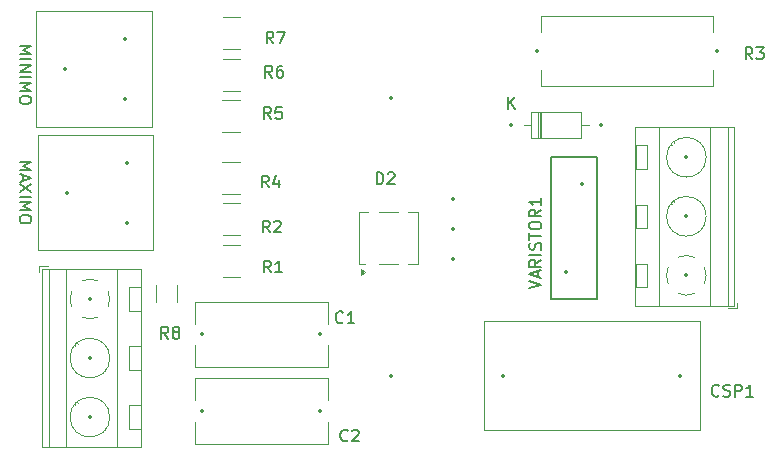
<source format=gto>
%TF.GenerationSoftware,KiCad,Pcbnew,8.0.5*%
%TF.CreationDate,2024-11-11T20:50:26-03:00*%
%TF.ProjectId,Dimmer  PHD Equipamentos,44696d6d-6572-4202-9050-484420457175,rev?*%
%TF.SameCoordinates,Original*%
%TF.FileFunction,Legend,Top*%
%TF.FilePolarity,Positive*%
%FSLAX46Y46*%
G04 Gerber Fmt 4.6, Leading zero omitted, Abs format (unit mm)*
G04 Created by KiCad (PCBNEW 8.0.5) date 2024-11-11 20:50:26*
%MOMM*%
%LPD*%
G01*
G04 APERTURE LIST*
%ADD10C,0.150000*%
%ADD11C,0.120000*%
%ADD12C,0.350000*%
G04 APERTURE END LIST*
D10*
X139033333Y-83354819D02*
X138700000Y-82878628D01*
X138461905Y-83354819D02*
X138461905Y-82354819D01*
X138461905Y-82354819D02*
X138842857Y-82354819D01*
X138842857Y-82354819D02*
X138938095Y-82402438D01*
X138938095Y-82402438D02*
X138985714Y-82450057D01*
X138985714Y-82450057D02*
X139033333Y-82545295D01*
X139033333Y-82545295D02*
X139033333Y-82688152D01*
X139033333Y-82688152D02*
X138985714Y-82783390D01*
X138985714Y-82783390D02*
X138938095Y-82831009D01*
X138938095Y-82831009D02*
X138842857Y-82878628D01*
X138842857Y-82878628D02*
X138461905Y-82878628D01*
X139366667Y-82354819D02*
X140033333Y-82354819D01*
X140033333Y-82354819D02*
X139604762Y-83354819D01*
X138633333Y-95554819D02*
X138300000Y-95078628D01*
X138061905Y-95554819D02*
X138061905Y-94554819D01*
X138061905Y-94554819D02*
X138442857Y-94554819D01*
X138442857Y-94554819D02*
X138538095Y-94602438D01*
X138538095Y-94602438D02*
X138585714Y-94650057D01*
X138585714Y-94650057D02*
X138633333Y-94745295D01*
X138633333Y-94745295D02*
X138633333Y-94888152D01*
X138633333Y-94888152D02*
X138585714Y-94983390D01*
X138585714Y-94983390D02*
X138538095Y-95031009D01*
X138538095Y-95031009D02*
X138442857Y-95078628D01*
X138442857Y-95078628D02*
X138061905Y-95078628D01*
X139490476Y-94888152D02*
X139490476Y-95554819D01*
X139252381Y-94507200D02*
X139014286Y-95221485D01*
X139014286Y-95221485D02*
X139633333Y-95221485D01*
X144933333Y-106959580D02*
X144885714Y-107007200D01*
X144885714Y-107007200D02*
X144742857Y-107054819D01*
X144742857Y-107054819D02*
X144647619Y-107054819D01*
X144647619Y-107054819D02*
X144504762Y-107007200D01*
X144504762Y-107007200D02*
X144409524Y-106911961D01*
X144409524Y-106911961D02*
X144361905Y-106816723D01*
X144361905Y-106816723D02*
X144314286Y-106626247D01*
X144314286Y-106626247D02*
X144314286Y-106483390D01*
X144314286Y-106483390D02*
X144361905Y-106292914D01*
X144361905Y-106292914D02*
X144409524Y-106197676D01*
X144409524Y-106197676D02*
X144504762Y-106102438D01*
X144504762Y-106102438D02*
X144647619Y-106054819D01*
X144647619Y-106054819D02*
X144742857Y-106054819D01*
X144742857Y-106054819D02*
X144885714Y-106102438D01*
X144885714Y-106102438D02*
X144933333Y-106150057D01*
X145885714Y-107054819D02*
X145314286Y-107054819D01*
X145600000Y-107054819D02*
X145600000Y-106054819D01*
X145600000Y-106054819D02*
X145504762Y-106197676D01*
X145504762Y-106197676D02*
X145409524Y-106292914D01*
X145409524Y-106292914D02*
X145314286Y-106340533D01*
X179583333Y-84704819D02*
X179250000Y-84228628D01*
X179011905Y-84704819D02*
X179011905Y-83704819D01*
X179011905Y-83704819D02*
X179392857Y-83704819D01*
X179392857Y-83704819D02*
X179488095Y-83752438D01*
X179488095Y-83752438D02*
X179535714Y-83800057D01*
X179535714Y-83800057D02*
X179583333Y-83895295D01*
X179583333Y-83895295D02*
X179583333Y-84038152D01*
X179583333Y-84038152D02*
X179535714Y-84133390D01*
X179535714Y-84133390D02*
X179488095Y-84181009D01*
X179488095Y-84181009D02*
X179392857Y-84228628D01*
X179392857Y-84228628D02*
X179011905Y-84228628D01*
X179916667Y-83704819D02*
X180535714Y-83704819D01*
X180535714Y-83704819D02*
X180202381Y-84085771D01*
X180202381Y-84085771D02*
X180345238Y-84085771D01*
X180345238Y-84085771D02*
X180440476Y-84133390D01*
X180440476Y-84133390D02*
X180488095Y-84181009D01*
X180488095Y-84181009D02*
X180535714Y-84276247D01*
X180535714Y-84276247D02*
X180535714Y-84514342D01*
X180535714Y-84514342D02*
X180488095Y-84609580D01*
X180488095Y-84609580D02*
X180440476Y-84657200D01*
X180440476Y-84657200D02*
X180345238Y-84704819D01*
X180345238Y-84704819D02*
X180059524Y-84704819D01*
X180059524Y-84704819D02*
X179964286Y-84657200D01*
X179964286Y-84657200D02*
X179916667Y-84609580D01*
X160704819Y-104107142D02*
X161704819Y-103773809D01*
X161704819Y-103773809D02*
X160704819Y-103440476D01*
X161419104Y-103154761D02*
X161419104Y-102678571D01*
X161704819Y-103249999D02*
X160704819Y-102916666D01*
X160704819Y-102916666D02*
X161704819Y-102583333D01*
X161704819Y-101678571D02*
X161228628Y-102011904D01*
X161704819Y-102249999D02*
X160704819Y-102249999D01*
X160704819Y-102249999D02*
X160704819Y-101869047D01*
X160704819Y-101869047D02*
X160752438Y-101773809D01*
X160752438Y-101773809D02*
X160800057Y-101726190D01*
X160800057Y-101726190D02*
X160895295Y-101678571D01*
X160895295Y-101678571D02*
X161038152Y-101678571D01*
X161038152Y-101678571D02*
X161133390Y-101726190D01*
X161133390Y-101726190D02*
X161181009Y-101773809D01*
X161181009Y-101773809D02*
X161228628Y-101869047D01*
X161228628Y-101869047D02*
X161228628Y-102249999D01*
X161704819Y-101249999D02*
X160704819Y-101249999D01*
X161657200Y-100821428D02*
X161704819Y-100678571D01*
X161704819Y-100678571D02*
X161704819Y-100440476D01*
X161704819Y-100440476D02*
X161657200Y-100345238D01*
X161657200Y-100345238D02*
X161609580Y-100297619D01*
X161609580Y-100297619D02*
X161514342Y-100250000D01*
X161514342Y-100250000D02*
X161419104Y-100250000D01*
X161419104Y-100250000D02*
X161323866Y-100297619D01*
X161323866Y-100297619D02*
X161276247Y-100345238D01*
X161276247Y-100345238D02*
X161228628Y-100440476D01*
X161228628Y-100440476D02*
X161181009Y-100630952D01*
X161181009Y-100630952D02*
X161133390Y-100726190D01*
X161133390Y-100726190D02*
X161085771Y-100773809D01*
X161085771Y-100773809D02*
X160990533Y-100821428D01*
X160990533Y-100821428D02*
X160895295Y-100821428D01*
X160895295Y-100821428D02*
X160800057Y-100773809D01*
X160800057Y-100773809D02*
X160752438Y-100726190D01*
X160752438Y-100726190D02*
X160704819Y-100630952D01*
X160704819Y-100630952D02*
X160704819Y-100392857D01*
X160704819Y-100392857D02*
X160752438Y-100250000D01*
X160704819Y-99964285D02*
X160704819Y-99392857D01*
X161704819Y-99678571D02*
X160704819Y-99678571D01*
X160704819Y-98869047D02*
X160704819Y-98678571D01*
X160704819Y-98678571D02*
X160752438Y-98583333D01*
X160752438Y-98583333D02*
X160847676Y-98488095D01*
X160847676Y-98488095D02*
X161038152Y-98440476D01*
X161038152Y-98440476D02*
X161371485Y-98440476D01*
X161371485Y-98440476D02*
X161561961Y-98488095D01*
X161561961Y-98488095D02*
X161657200Y-98583333D01*
X161657200Y-98583333D02*
X161704819Y-98678571D01*
X161704819Y-98678571D02*
X161704819Y-98869047D01*
X161704819Y-98869047D02*
X161657200Y-98964285D01*
X161657200Y-98964285D02*
X161561961Y-99059523D01*
X161561961Y-99059523D02*
X161371485Y-99107142D01*
X161371485Y-99107142D02*
X161038152Y-99107142D01*
X161038152Y-99107142D02*
X160847676Y-99059523D01*
X160847676Y-99059523D02*
X160752438Y-98964285D01*
X160752438Y-98964285D02*
X160704819Y-98869047D01*
X161704819Y-97440476D02*
X161228628Y-97773809D01*
X161704819Y-98011904D02*
X160704819Y-98011904D01*
X160704819Y-98011904D02*
X160704819Y-97630952D01*
X160704819Y-97630952D02*
X160752438Y-97535714D01*
X160752438Y-97535714D02*
X160800057Y-97488095D01*
X160800057Y-97488095D02*
X160895295Y-97440476D01*
X160895295Y-97440476D02*
X161038152Y-97440476D01*
X161038152Y-97440476D02*
X161133390Y-97488095D01*
X161133390Y-97488095D02*
X161181009Y-97535714D01*
X161181009Y-97535714D02*
X161228628Y-97630952D01*
X161228628Y-97630952D02*
X161228628Y-98011904D01*
X161704819Y-96488095D02*
X161704819Y-97059523D01*
X161704819Y-96773809D02*
X160704819Y-96773809D01*
X160704819Y-96773809D02*
X160847676Y-96869047D01*
X160847676Y-96869047D02*
X160942914Y-96964285D01*
X160942914Y-96964285D02*
X160990533Y-97059523D01*
X117545180Y-83571429D02*
X118545180Y-83571429D01*
X118545180Y-83571429D02*
X117830895Y-83904762D01*
X117830895Y-83904762D02*
X118545180Y-84238095D01*
X118545180Y-84238095D02*
X117545180Y-84238095D01*
X117545180Y-84714286D02*
X118545180Y-84714286D01*
X117545180Y-85190476D02*
X118545180Y-85190476D01*
X118545180Y-85190476D02*
X117545180Y-85761904D01*
X117545180Y-85761904D02*
X118545180Y-85761904D01*
X117545180Y-86238095D02*
X118545180Y-86238095D01*
X117545180Y-86714285D02*
X118545180Y-86714285D01*
X118545180Y-86714285D02*
X117830895Y-87047618D01*
X117830895Y-87047618D02*
X118545180Y-87380951D01*
X118545180Y-87380951D02*
X117545180Y-87380951D01*
X118545180Y-88047618D02*
X118545180Y-88238094D01*
X118545180Y-88238094D02*
X118497561Y-88333332D01*
X118497561Y-88333332D02*
X118402323Y-88428570D01*
X118402323Y-88428570D02*
X118211847Y-88476189D01*
X118211847Y-88476189D02*
X117878514Y-88476189D01*
X117878514Y-88476189D02*
X117688038Y-88428570D01*
X117688038Y-88428570D02*
X117592800Y-88333332D01*
X117592800Y-88333332D02*
X117545180Y-88238094D01*
X117545180Y-88238094D02*
X117545180Y-88047618D01*
X117545180Y-88047618D02*
X117592800Y-87952380D01*
X117592800Y-87952380D02*
X117688038Y-87857142D01*
X117688038Y-87857142D02*
X117878514Y-87809523D01*
X117878514Y-87809523D02*
X118211847Y-87809523D01*
X118211847Y-87809523D02*
X118402323Y-87857142D01*
X118402323Y-87857142D02*
X118497561Y-87952380D01*
X118497561Y-87952380D02*
X118545180Y-88047618D01*
X130133333Y-108354819D02*
X129800000Y-107878628D01*
X129561905Y-108354819D02*
X129561905Y-107354819D01*
X129561905Y-107354819D02*
X129942857Y-107354819D01*
X129942857Y-107354819D02*
X130038095Y-107402438D01*
X130038095Y-107402438D02*
X130085714Y-107450057D01*
X130085714Y-107450057D02*
X130133333Y-107545295D01*
X130133333Y-107545295D02*
X130133333Y-107688152D01*
X130133333Y-107688152D02*
X130085714Y-107783390D01*
X130085714Y-107783390D02*
X130038095Y-107831009D01*
X130038095Y-107831009D02*
X129942857Y-107878628D01*
X129942857Y-107878628D02*
X129561905Y-107878628D01*
X130704762Y-107783390D02*
X130609524Y-107735771D01*
X130609524Y-107735771D02*
X130561905Y-107688152D01*
X130561905Y-107688152D02*
X130514286Y-107592914D01*
X130514286Y-107592914D02*
X130514286Y-107545295D01*
X130514286Y-107545295D02*
X130561905Y-107450057D01*
X130561905Y-107450057D02*
X130609524Y-107402438D01*
X130609524Y-107402438D02*
X130704762Y-107354819D01*
X130704762Y-107354819D02*
X130895238Y-107354819D01*
X130895238Y-107354819D02*
X130990476Y-107402438D01*
X130990476Y-107402438D02*
X131038095Y-107450057D01*
X131038095Y-107450057D02*
X131085714Y-107545295D01*
X131085714Y-107545295D02*
X131085714Y-107592914D01*
X131085714Y-107592914D02*
X131038095Y-107688152D01*
X131038095Y-107688152D02*
X130990476Y-107735771D01*
X130990476Y-107735771D02*
X130895238Y-107783390D01*
X130895238Y-107783390D02*
X130704762Y-107783390D01*
X130704762Y-107783390D02*
X130609524Y-107831009D01*
X130609524Y-107831009D02*
X130561905Y-107878628D01*
X130561905Y-107878628D02*
X130514286Y-107973866D01*
X130514286Y-107973866D02*
X130514286Y-108164342D01*
X130514286Y-108164342D02*
X130561905Y-108259580D01*
X130561905Y-108259580D02*
X130609524Y-108307200D01*
X130609524Y-108307200D02*
X130704762Y-108354819D01*
X130704762Y-108354819D02*
X130895238Y-108354819D01*
X130895238Y-108354819D02*
X130990476Y-108307200D01*
X130990476Y-108307200D02*
X131038095Y-108259580D01*
X131038095Y-108259580D02*
X131085714Y-108164342D01*
X131085714Y-108164342D02*
X131085714Y-107973866D01*
X131085714Y-107973866D02*
X131038095Y-107878628D01*
X131038095Y-107878628D02*
X130990476Y-107831009D01*
X130990476Y-107831009D02*
X130895238Y-107783390D01*
X117545180Y-93388572D02*
X118545180Y-93388572D01*
X118545180Y-93388572D02*
X117830895Y-93721905D01*
X117830895Y-93721905D02*
X118545180Y-94055238D01*
X118545180Y-94055238D02*
X117545180Y-94055238D01*
X117830895Y-94483810D02*
X117830895Y-94960000D01*
X117545180Y-94388572D02*
X118545180Y-94721905D01*
X118545180Y-94721905D02*
X117545180Y-95055238D01*
X118545180Y-95293334D02*
X117545180Y-95960000D01*
X118545180Y-95960000D02*
X117545180Y-95293334D01*
X117545180Y-96340953D02*
X118545180Y-96340953D01*
X117545180Y-96817143D02*
X118545180Y-96817143D01*
X118545180Y-96817143D02*
X117830895Y-97150476D01*
X117830895Y-97150476D02*
X118545180Y-97483809D01*
X118545180Y-97483809D02*
X117545180Y-97483809D01*
X118545180Y-98150476D02*
X118545180Y-98340952D01*
X118545180Y-98340952D02*
X118497561Y-98436190D01*
X118497561Y-98436190D02*
X118402323Y-98531428D01*
X118402323Y-98531428D02*
X118211847Y-98579047D01*
X118211847Y-98579047D02*
X117878514Y-98579047D01*
X117878514Y-98579047D02*
X117688038Y-98531428D01*
X117688038Y-98531428D02*
X117592800Y-98436190D01*
X117592800Y-98436190D02*
X117545180Y-98340952D01*
X117545180Y-98340952D02*
X117545180Y-98150476D01*
X117545180Y-98150476D02*
X117592800Y-98055238D01*
X117592800Y-98055238D02*
X117688038Y-97960000D01*
X117688038Y-97960000D02*
X117878514Y-97912381D01*
X117878514Y-97912381D02*
X118211847Y-97912381D01*
X118211847Y-97912381D02*
X118402323Y-97960000D01*
X118402323Y-97960000D02*
X118497561Y-98055238D01*
X118497561Y-98055238D02*
X118545180Y-98150476D01*
X138833333Y-102754819D02*
X138500000Y-102278628D01*
X138261905Y-102754819D02*
X138261905Y-101754819D01*
X138261905Y-101754819D02*
X138642857Y-101754819D01*
X138642857Y-101754819D02*
X138738095Y-101802438D01*
X138738095Y-101802438D02*
X138785714Y-101850057D01*
X138785714Y-101850057D02*
X138833333Y-101945295D01*
X138833333Y-101945295D02*
X138833333Y-102088152D01*
X138833333Y-102088152D02*
X138785714Y-102183390D01*
X138785714Y-102183390D02*
X138738095Y-102231009D01*
X138738095Y-102231009D02*
X138642857Y-102278628D01*
X138642857Y-102278628D02*
X138261905Y-102278628D01*
X139785714Y-102754819D02*
X139214286Y-102754819D01*
X139500000Y-102754819D02*
X139500000Y-101754819D01*
X139500000Y-101754819D02*
X139404762Y-101897676D01*
X139404762Y-101897676D02*
X139309524Y-101992914D01*
X139309524Y-101992914D02*
X139214286Y-102040533D01*
X145333333Y-116959580D02*
X145285714Y-117007200D01*
X145285714Y-117007200D02*
X145142857Y-117054819D01*
X145142857Y-117054819D02*
X145047619Y-117054819D01*
X145047619Y-117054819D02*
X144904762Y-117007200D01*
X144904762Y-117007200D02*
X144809524Y-116911961D01*
X144809524Y-116911961D02*
X144761905Y-116816723D01*
X144761905Y-116816723D02*
X144714286Y-116626247D01*
X144714286Y-116626247D02*
X144714286Y-116483390D01*
X144714286Y-116483390D02*
X144761905Y-116292914D01*
X144761905Y-116292914D02*
X144809524Y-116197676D01*
X144809524Y-116197676D02*
X144904762Y-116102438D01*
X144904762Y-116102438D02*
X145047619Y-116054819D01*
X145047619Y-116054819D02*
X145142857Y-116054819D01*
X145142857Y-116054819D02*
X145285714Y-116102438D01*
X145285714Y-116102438D02*
X145333333Y-116150057D01*
X145714286Y-116150057D02*
X145761905Y-116102438D01*
X145761905Y-116102438D02*
X145857143Y-116054819D01*
X145857143Y-116054819D02*
X146095238Y-116054819D01*
X146095238Y-116054819D02*
X146190476Y-116102438D01*
X146190476Y-116102438D02*
X146238095Y-116150057D01*
X146238095Y-116150057D02*
X146285714Y-116245295D01*
X146285714Y-116245295D02*
X146285714Y-116340533D01*
X146285714Y-116340533D02*
X146238095Y-116483390D01*
X146238095Y-116483390D02*
X145666667Y-117054819D01*
X145666667Y-117054819D02*
X146285714Y-117054819D01*
X138733333Y-99354819D02*
X138400000Y-98878628D01*
X138161905Y-99354819D02*
X138161905Y-98354819D01*
X138161905Y-98354819D02*
X138542857Y-98354819D01*
X138542857Y-98354819D02*
X138638095Y-98402438D01*
X138638095Y-98402438D02*
X138685714Y-98450057D01*
X138685714Y-98450057D02*
X138733333Y-98545295D01*
X138733333Y-98545295D02*
X138733333Y-98688152D01*
X138733333Y-98688152D02*
X138685714Y-98783390D01*
X138685714Y-98783390D02*
X138638095Y-98831009D01*
X138638095Y-98831009D02*
X138542857Y-98878628D01*
X138542857Y-98878628D02*
X138161905Y-98878628D01*
X139114286Y-98450057D02*
X139161905Y-98402438D01*
X139161905Y-98402438D02*
X139257143Y-98354819D01*
X139257143Y-98354819D02*
X139495238Y-98354819D01*
X139495238Y-98354819D02*
X139590476Y-98402438D01*
X139590476Y-98402438D02*
X139638095Y-98450057D01*
X139638095Y-98450057D02*
X139685714Y-98545295D01*
X139685714Y-98545295D02*
X139685714Y-98640533D01*
X139685714Y-98640533D02*
X139638095Y-98783390D01*
X139638095Y-98783390D02*
X139066667Y-99354819D01*
X139066667Y-99354819D02*
X139685714Y-99354819D01*
X176757142Y-113159580D02*
X176709523Y-113207200D01*
X176709523Y-113207200D02*
X176566666Y-113254819D01*
X176566666Y-113254819D02*
X176471428Y-113254819D01*
X176471428Y-113254819D02*
X176328571Y-113207200D01*
X176328571Y-113207200D02*
X176233333Y-113111961D01*
X176233333Y-113111961D02*
X176185714Y-113016723D01*
X176185714Y-113016723D02*
X176138095Y-112826247D01*
X176138095Y-112826247D02*
X176138095Y-112683390D01*
X176138095Y-112683390D02*
X176185714Y-112492914D01*
X176185714Y-112492914D02*
X176233333Y-112397676D01*
X176233333Y-112397676D02*
X176328571Y-112302438D01*
X176328571Y-112302438D02*
X176471428Y-112254819D01*
X176471428Y-112254819D02*
X176566666Y-112254819D01*
X176566666Y-112254819D02*
X176709523Y-112302438D01*
X176709523Y-112302438D02*
X176757142Y-112350057D01*
X177138095Y-113207200D02*
X177280952Y-113254819D01*
X177280952Y-113254819D02*
X177519047Y-113254819D01*
X177519047Y-113254819D02*
X177614285Y-113207200D01*
X177614285Y-113207200D02*
X177661904Y-113159580D01*
X177661904Y-113159580D02*
X177709523Y-113064342D01*
X177709523Y-113064342D02*
X177709523Y-112969104D01*
X177709523Y-112969104D02*
X177661904Y-112873866D01*
X177661904Y-112873866D02*
X177614285Y-112826247D01*
X177614285Y-112826247D02*
X177519047Y-112778628D01*
X177519047Y-112778628D02*
X177328571Y-112731009D01*
X177328571Y-112731009D02*
X177233333Y-112683390D01*
X177233333Y-112683390D02*
X177185714Y-112635771D01*
X177185714Y-112635771D02*
X177138095Y-112540533D01*
X177138095Y-112540533D02*
X177138095Y-112445295D01*
X177138095Y-112445295D02*
X177185714Y-112350057D01*
X177185714Y-112350057D02*
X177233333Y-112302438D01*
X177233333Y-112302438D02*
X177328571Y-112254819D01*
X177328571Y-112254819D02*
X177566666Y-112254819D01*
X177566666Y-112254819D02*
X177709523Y-112302438D01*
X178138095Y-113254819D02*
X178138095Y-112254819D01*
X178138095Y-112254819D02*
X178519047Y-112254819D01*
X178519047Y-112254819D02*
X178614285Y-112302438D01*
X178614285Y-112302438D02*
X178661904Y-112350057D01*
X178661904Y-112350057D02*
X178709523Y-112445295D01*
X178709523Y-112445295D02*
X178709523Y-112588152D01*
X178709523Y-112588152D02*
X178661904Y-112683390D01*
X178661904Y-112683390D02*
X178614285Y-112731009D01*
X178614285Y-112731009D02*
X178519047Y-112778628D01*
X178519047Y-112778628D02*
X178138095Y-112778628D01*
X179661904Y-113254819D02*
X179090476Y-113254819D01*
X179376190Y-113254819D02*
X179376190Y-112254819D01*
X179376190Y-112254819D02*
X179280952Y-112397676D01*
X179280952Y-112397676D02*
X179185714Y-112492914D01*
X179185714Y-112492914D02*
X179090476Y-112540533D01*
X147781905Y-95279819D02*
X147781905Y-94279819D01*
X147781905Y-94279819D02*
X148020000Y-94279819D01*
X148020000Y-94279819D02*
X148162857Y-94327438D01*
X148162857Y-94327438D02*
X148258095Y-94422676D01*
X148258095Y-94422676D02*
X148305714Y-94517914D01*
X148305714Y-94517914D02*
X148353333Y-94708390D01*
X148353333Y-94708390D02*
X148353333Y-94851247D01*
X148353333Y-94851247D02*
X148305714Y-95041723D01*
X148305714Y-95041723D02*
X148258095Y-95136961D01*
X148258095Y-95136961D02*
X148162857Y-95232200D01*
X148162857Y-95232200D02*
X148020000Y-95279819D01*
X148020000Y-95279819D02*
X147781905Y-95279819D01*
X148734286Y-94375057D02*
X148781905Y-94327438D01*
X148781905Y-94327438D02*
X148877143Y-94279819D01*
X148877143Y-94279819D02*
X149115238Y-94279819D01*
X149115238Y-94279819D02*
X149210476Y-94327438D01*
X149210476Y-94327438D02*
X149258095Y-94375057D01*
X149258095Y-94375057D02*
X149305714Y-94470295D01*
X149305714Y-94470295D02*
X149305714Y-94565533D01*
X149305714Y-94565533D02*
X149258095Y-94708390D01*
X149258095Y-94708390D02*
X148686667Y-95279819D01*
X148686667Y-95279819D02*
X149305714Y-95279819D01*
X138933333Y-86254819D02*
X138600000Y-85778628D01*
X138361905Y-86254819D02*
X138361905Y-85254819D01*
X138361905Y-85254819D02*
X138742857Y-85254819D01*
X138742857Y-85254819D02*
X138838095Y-85302438D01*
X138838095Y-85302438D02*
X138885714Y-85350057D01*
X138885714Y-85350057D02*
X138933333Y-85445295D01*
X138933333Y-85445295D02*
X138933333Y-85588152D01*
X138933333Y-85588152D02*
X138885714Y-85683390D01*
X138885714Y-85683390D02*
X138838095Y-85731009D01*
X138838095Y-85731009D02*
X138742857Y-85778628D01*
X138742857Y-85778628D02*
X138361905Y-85778628D01*
X139790476Y-85254819D02*
X139600000Y-85254819D01*
X139600000Y-85254819D02*
X139504762Y-85302438D01*
X139504762Y-85302438D02*
X139457143Y-85350057D01*
X139457143Y-85350057D02*
X139361905Y-85492914D01*
X139361905Y-85492914D02*
X139314286Y-85683390D01*
X139314286Y-85683390D02*
X139314286Y-86064342D01*
X139314286Y-86064342D02*
X139361905Y-86159580D01*
X139361905Y-86159580D02*
X139409524Y-86207200D01*
X139409524Y-86207200D02*
X139504762Y-86254819D01*
X139504762Y-86254819D02*
X139695238Y-86254819D01*
X139695238Y-86254819D02*
X139790476Y-86207200D01*
X139790476Y-86207200D02*
X139838095Y-86159580D01*
X139838095Y-86159580D02*
X139885714Y-86064342D01*
X139885714Y-86064342D02*
X139885714Y-85826247D01*
X139885714Y-85826247D02*
X139838095Y-85731009D01*
X139838095Y-85731009D02*
X139790476Y-85683390D01*
X139790476Y-85683390D02*
X139695238Y-85635771D01*
X139695238Y-85635771D02*
X139504762Y-85635771D01*
X139504762Y-85635771D02*
X139409524Y-85683390D01*
X139409524Y-85683390D02*
X139361905Y-85731009D01*
X139361905Y-85731009D02*
X139314286Y-85826247D01*
X158928095Y-88904819D02*
X158928095Y-87904819D01*
X159499523Y-88904819D02*
X159070952Y-88333390D01*
X159499523Y-87904819D02*
X158928095Y-88476247D01*
X138833333Y-89754819D02*
X138500000Y-89278628D01*
X138261905Y-89754819D02*
X138261905Y-88754819D01*
X138261905Y-88754819D02*
X138642857Y-88754819D01*
X138642857Y-88754819D02*
X138738095Y-88802438D01*
X138738095Y-88802438D02*
X138785714Y-88850057D01*
X138785714Y-88850057D02*
X138833333Y-88945295D01*
X138833333Y-88945295D02*
X138833333Y-89088152D01*
X138833333Y-89088152D02*
X138785714Y-89183390D01*
X138785714Y-89183390D02*
X138738095Y-89231009D01*
X138738095Y-89231009D02*
X138642857Y-89278628D01*
X138642857Y-89278628D02*
X138261905Y-89278628D01*
X139738095Y-88754819D02*
X139261905Y-88754819D01*
X139261905Y-88754819D02*
X139214286Y-89231009D01*
X139214286Y-89231009D02*
X139261905Y-89183390D01*
X139261905Y-89183390D02*
X139357143Y-89135771D01*
X139357143Y-89135771D02*
X139595238Y-89135771D01*
X139595238Y-89135771D02*
X139690476Y-89183390D01*
X139690476Y-89183390D02*
X139738095Y-89231009D01*
X139738095Y-89231009D02*
X139785714Y-89326247D01*
X139785714Y-89326247D02*
X139785714Y-89564342D01*
X139785714Y-89564342D02*
X139738095Y-89659580D01*
X139738095Y-89659580D02*
X139690476Y-89707200D01*
X139690476Y-89707200D02*
X139595238Y-89754819D01*
X139595238Y-89754819D02*
X139357143Y-89754819D01*
X139357143Y-89754819D02*
X139261905Y-89707200D01*
X139261905Y-89707200D02*
X139214286Y-89659580D01*
D11*
%TO.C,R7*%
X134776263Y-81145000D02*
X136223737Y-81145000D01*
X134776263Y-83855000D02*
X136223737Y-83855000D01*
%TO.C,R4*%
X134726263Y-93395000D02*
X136173737Y-93395000D01*
X134726263Y-96105000D02*
X136173737Y-96105000D01*
%TO.C,C1*%
X132380000Y-105230000D02*
X132380000Y-107075000D01*
X132380000Y-105230000D02*
X143620000Y-105230000D01*
X132380000Y-108925000D02*
X132380000Y-110770000D01*
X132380000Y-110770000D02*
X143620000Y-110770000D01*
X143620000Y-105230000D02*
X143620000Y-107075000D01*
X143620000Y-108925000D02*
X143620000Y-110770000D01*
%TO.C,R3*%
X161730000Y-81030000D02*
X176270000Y-81030000D01*
X161730000Y-82360000D02*
X161730000Y-81030000D01*
X161730000Y-85640000D02*
X161730000Y-86970000D01*
X161730000Y-86970000D02*
X176270000Y-86970000D01*
X176270000Y-81030000D02*
X176270000Y-82360000D01*
X176270000Y-86970000D02*
X176270000Y-85640000D01*
D10*
%TO.C,VARISTOR1*%
X162550000Y-93000000D02*
X166450000Y-93000000D01*
X162550000Y-105000000D02*
X162550000Y-93000000D01*
X162550000Y-105000000D02*
X166450000Y-105000000D01*
X166450000Y-105000000D02*
X166450000Y-93000000D01*
D11*
%TO.C,MINIMO*%
X118960000Y-90425000D02*
X118960000Y-80655000D01*
X128730000Y-80655000D02*
X118960000Y-80655000D01*
X128730000Y-90425000D02*
X118960000Y-90425000D01*
X128730000Y-90425000D02*
X128730000Y-80655000D01*
%TO.C,R8*%
X129090000Y-103772936D02*
X129090000Y-105227064D01*
X130910000Y-103772936D02*
X130910000Y-105227064D01*
%TO.C,J1*%
X169640000Y-90440000D02*
X178060000Y-90440000D01*
X169640000Y-105560000D02*
X169640000Y-90440000D01*
X169640000Y-105560000D02*
X178060000Y-105560000D01*
X169700000Y-92000000D02*
X170700000Y-92000000D01*
X169700000Y-94000000D02*
X169700000Y-92000000D01*
X169700000Y-94000000D02*
X170700000Y-94000000D01*
X169700000Y-97000000D02*
X170700000Y-97000000D01*
X169700000Y-99000000D02*
X169700000Y-97000000D01*
X169700000Y-99000000D02*
X170700000Y-99000000D01*
X169700000Y-102000000D02*
X170700000Y-102000000D01*
X169700000Y-104000000D02*
X169700000Y-102000000D01*
X169700000Y-104000000D02*
X170700000Y-104000000D01*
X170700000Y-94000000D02*
X170700000Y-92000000D01*
X170700000Y-99000000D02*
X170700000Y-97000000D01*
X170700000Y-104000000D02*
X170700000Y-102000000D01*
X171699000Y-105560000D02*
X171699000Y-90440000D01*
X172725000Y-91930000D02*
X172761000Y-91965000D01*
X172725000Y-96930000D02*
X172761000Y-96965000D01*
X172931000Y-91725000D02*
X172977000Y-91772000D01*
X172931000Y-96725000D02*
X172977000Y-96772000D01*
X175023000Y-94227000D02*
X175069000Y-94274000D01*
X175023000Y-99227000D02*
X175069000Y-99274000D01*
X175239000Y-94034000D02*
X175274000Y-94069000D01*
X175239000Y-99034000D02*
X175274000Y-99069000D01*
X176000000Y-105560000D02*
X176000000Y-90440000D01*
X177500000Y-105560000D02*
X177500000Y-90440000D01*
X177560000Y-105800000D02*
X178300000Y-105800000D01*
X178060000Y-105560000D02*
X178060000Y-90440000D01*
X178300000Y-105800000D02*
X178300000Y-105300000D01*
X172464573Y-103683042D02*
G75*
G02*
X172465000Y-102316000I1535420J683041D01*
G01*
X173316958Y-101464573D02*
G75*
G02*
X174684000Y-101465000I683042J-1535427D01*
G01*
X174683042Y-104535427D02*
G75*
G02*
X173316000Y-104535000I-683041J1535420D01*
G01*
X175534756Y-102316682D02*
G75*
G02*
X175680000Y-103000000I-1534756J-683318D01*
G01*
X175680253Y-102971195D02*
G75*
G02*
X175535000Y-103684000I-1680254J-28806D01*
G01*
X175680000Y-93000000D02*
G75*
G02*
X172320000Y-93000000I-1680000J0D01*
G01*
X172320000Y-93000000D02*
G75*
G02*
X175680000Y-93000000I1680000J0D01*
G01*
X175680000Y-98000000D02*
G75*
G02*
X172320000Y-98000000I-1680000J0D01*
G01*
X172320000Y-98000000D02*
G75*
G02*
X175680000Y-98000000I1680000J0D01*
G01*
%TO.C,MAXIMO*%
X119115000Y-100885000D02*
X119115000Y-91115000D01*
X128885000Y-91115000D02*
X119115000Y-91115000D01*
X128885000Y-100885000D02*
X119115000Y-100885000D01*
X128885000Y-100885000D02*
X128885000Y-91115000D01*
%TO.C,R1*%
X134776263Y-100395000D02*
X136223737Y-100395000D01*
X134776263Y-103105000D02*
X136223737Y-103105000D01*
%TO.C,C2*%
X132380000Y-111730000D02*
X132380000Y-113575000D01*
X132380000Y-111730000D02*
X143620000Y-111730000D01*
X132380000Y-115425000D02*
X132380000Y-117270000D01*
X132380000Y-117270000D02*
X143620000Y-117270000D01*
X143620000Y-111730000D02*
X143620000Y-113575000D01*
X143620000Y-115425000D02*
X143620000Y-117270000D01*
%TO.C,R2*%
X134776263Y-96895000D02*
X136223737Y-96895000D01*
X134776263Y-99605000D02*
X136223737Y-99605000D01*
%TO.C,CSP1*%
X156880000Y-106880000D02*
X156880000Y-116120000D01*
X156880000Y-106880000D02*
X175120000Y-106880000D01*
X156880000Y-116120000D02*
X175120000Y-116120000D01*
X175120000Y-106880000D02*
X175120000Y-116120000D01*
%TO.C,D2*%
X146270000Y-97625000D02*
X146270000Y-102025000D01*
X146270000Y-102025000D02*
X146770000Y-102025000D01*
X147070000Y-97625000D02*
X146270000Y-97625000D01*
X147970000Y-97625000D02*
X149570000Y-97625000D01*
X147970000Y-102025000D02*
X149570000Y-102025000D01*
X150470000Y-97625000D02*
X151270000Y-97625000D01*
X151270000Y-97625000D02*
X151270000Y-102025000D01*
X151270000Y-102025000D02*
X150470000Y-102025000D01*
X146770000Y-102725000D02*
X146440000Y-102965000D01*
X146440000Y-102485000D01*
X146770000Y-102725000D01*
G36*
X146770000Y-102725000D02*
G01*
X146440000Y-102965000D01*
X146440000Y-102485000D01*
X146770000Y-102725000D01*
G37*
%TO.C,J2*%
X119200000Y-102200000D02*
X119200000Y-102700000D01*
X119440000Y-102440000D02*
X119440000Y-117560000D01*
X119940000Y-102200000D02*
X119200000Y-102200000D01*
X120000000Y-102440000D02*
X120000000Y-117560000D01*
X121500000Y-102440000D02*
X121500000Y-117560000D01*
X122261000Y-108966000D02*
X122226000Y-108931000D01*
X122261000Y-113966000D02*
X122226000Y-113931000D01*
X122477000Y-108773000D02*
X122431000Y-108726000D01*
X122477000Y-113773000D02*
X122431000Y-113726000D01*
X124569000Y-111275000D02*
X124523000Y-111228000D01*
X124569000Y-116275000D02*
X124523000Y-116228000D01*
X124775000Y-111070000D02*
X124739000Y-111035000D01*
X124775000Y-116070000D02*
X124739000Y-116035000D01*
X125801000Y-102440000D02*
X125801000Y-117560000D01*
X126800000Y-104000000D02*
X126800000Y-106000000D01*
X126800000Y-109000000D02*
X126800000Y-111000000D01*
X126800000Y-114000000D02*
X126800000Y-116000000D01*
X127800000Y-104000000D02*
X126800000Y-104000000D01*
X127800000Y-104000000D02*
X127800000Y-106000000D01*
X127800000Y-106000000D02*
X126800000Y-106000000D01*
X127800000Y-109000000D02*
X126800000Y-109000000D01*
X127800000Y-109000000D02*
X127800000Y-111000000D01*
X127800000Y-111000000D02*
X126800000Y-111000000D01*
X127800000Y-114000000D02*
X126800000Y-114000000D01*
X127800000Y-114000000D02*
X127800000Y-116000000D01*
X127800000Y-116000000D02*
X126800000Y-116000000D01*
X127860000Y-102440000D02*
X119440000Y-102440000D01*
X127860000Y-102440000D02*
X127860000Y-117560000D01*
X127860000Y-117560000D02*
X119440000Y-117560000D01*
X121819747Y-105028805D02*
G75*
G02*
X121965000Y-104316000I1680254J28806D01*
G01*
X121965244Y-105683318D02*
G75*
G02*
X121820000Y-105000000I1534756J683318D01*
G01*
X122816958Y-103464573D02*
G75*
G02*
X124184000Y-103465000I683041J-1535420D01*
G01*
X124183042Y-106535427D02*
G75*
G02*
X122816000Y-106535000I-683042J1535427D01*
G01*
X125035427Y-104316958D02*
G75*
G02*
X125035000Y-105684000I-1535420J-683041D01*
G01*
X125180000Y-110000000D02*
G75*
G02*
X121820000Y-110000000I-1680000J0D01*
G01*
X121820000Y-110000000D02*
G75*
G02*
X125180000Y-110000000I1680000J0D01*
G01*
X125180000Y-115000000D02*
G75*
G02*
X121820000Y-115000000I-1680000J0D01*
G01*
X121820000Y-115000000D02*
G75*
G02*
X125180000Y-115000000I1680000J0D01*
G01*
%TO.C,R6*%
X134776263Y-84645000D02*
X136223737Y-84645000D01*
X134776263Y-87355000D02*
X136223737Y-87355000D01*
%TO.C,D1*%
X160230000Y-90250000D02*
X160880000Y-90250000D01*
X160880000Y-89130000D02*
X160880000Y-91370000D01*
X160880000Y-91370000D02*
X165120000Y-91370000D01*
X161480000Y-89130000D02*
X161480000Y-91370000D01*
X161600000Y-89130000D02*
X161600000Y-91370000D01*
X161720000Y-89130000D02*
X161720000Y-91370000D01*
X165120000Y-89130000D02*
X160880000Y-89130000D01*
X165120000Y-91370000D02*
X165120000Y-89130000D01*
X165770000Y-90250000D02*
X165120000Y-90250000D01*
%TO.C,R5*%
X134726263Y-88145000D02*
X136173737Y-88145000D01*
X134726263Y-90855000D02*
X136173737Y-90855000D01*
%TD*%
D12*
X133000000Y-108000000D03*
X143000000Y-108000000D03*
X161380000Y-84000000D03*
X176620000Y-84000000D03*
X163800000Y-102750000D03*
X165200000Y-95250000D03*
X126500000Y-83000000D03*
X121420000Y-85540000D03*
X126500000Y-88080000D03*
X174000000Y-93000000D03*
X174000000Y-98000000D03*
X174000000Y-103000000D03*
X126655000Y-93460000D03*
X121575000Y-96000000D03*
X126655000Y-98540000D03*
X149000000Y-111500000D03*
X133000000Y-114500000D03*
X143000000Y-114500000D03*
X158500000Y-111500000D03*
X173500000Y-111500000D03*
X123500000Y-105000000D03*
X123500000Y-110000000D03*
X123500000Y-115000000D03*
X159190000Y-90250000D03*
X166810000Y-90250000D03*
X149000000Y-88000000D03*
X154250000Y-101580000D03*
X154250000Y-99040000D03*
X154250000Y-96500000D03*
M02*

</source>
